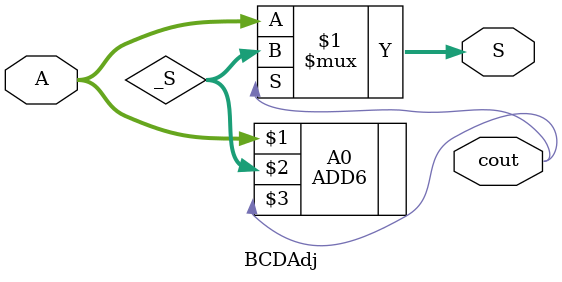
<source format=v>
module BCDAdj(A,S,cout);
input [3:0]A;
output[3:0]S;
output cout;
wire [3:0]_S;
ADD6 A0(A,_S,cout);
assign S=(cout)?_S:A;
endmodule

</source>
